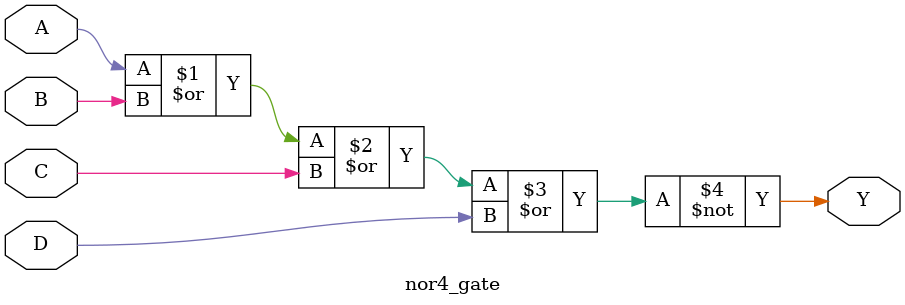
<source format=v>

module nor4_gate(
    input A,
    input B,
    input C,
    input D,
    output Y
);

    nor (Y, A, B, C, D);

endmodule

</source>
